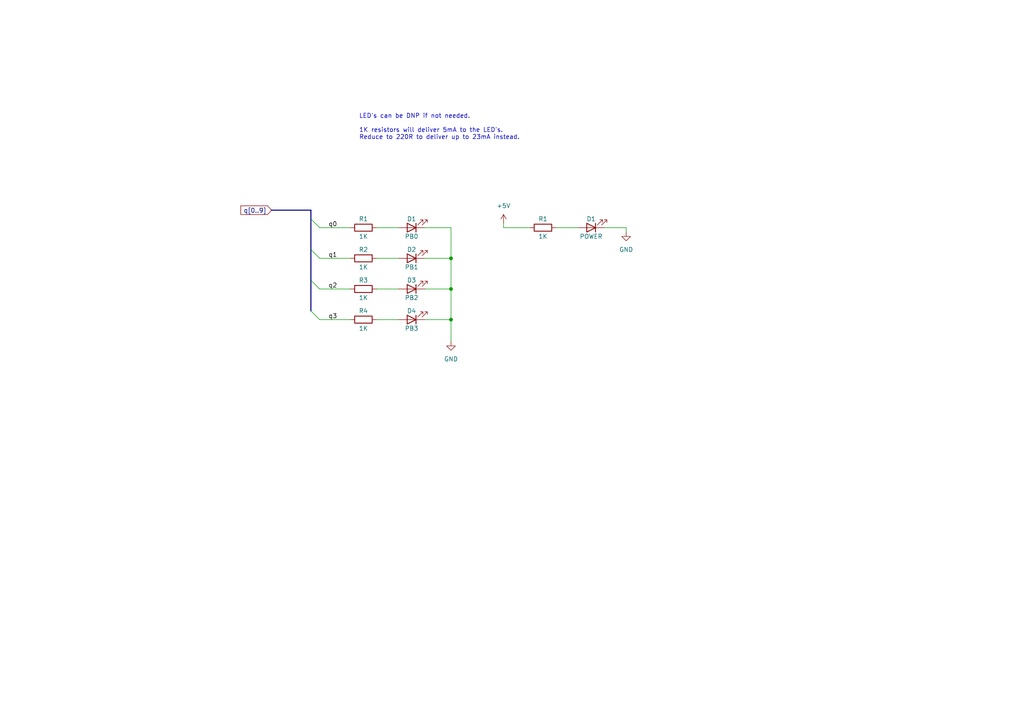
<source format=kicad_sch>
(kicad_sch (version 20230121) (generator eeschema)
  (paper "A4")
  (lib_symbols
    (symbol "Device:LED" (pin_numbers hide) (pin_names (offset 1.016) hide)
      (property "Reference" "D" (at 0 2.54 0))
      (property "Value" "LED" (at 0 -2.54 0))
      (symbol "LED_0_1"
        (polyline (pts (xy -1.27 -1.27) (xy -1.27 1.27)) (stroke (width 0.254)))
        (polyline (pts (xy -1.27 0) (xy 1.27 0)))
        (polyline (pts (xy 1.27 -1.27) (xy 1.27 1.27) (xy -1.27 0) (xy 1.27 -1.27)) (stroke (width 0.254)))
        (polyline (pts (xy -3.048 -0.762) (xy -4.572 -2.286) (xy -3.81 -2.286) (xy -4.572 -2.286) (xy -4.572 -1.524)))
        (polyline (pts (xy -1.778 -0.762) (xy -3.302 -2.286) (xy -2.54 -2.286) (xy -3.302 -2.286) (xy -3.302 -1.524)))
      )
      (symbol "LED_1_1"
        (pin passive line (at -3.81 0 0) (length 2.54) (name "K") (number "1"))
        (pin passive line (at 3.81 0 180) (length 2.54) (name "A") (number "2"))
      )
    )
    (symbol "Device:R" (pin_numbers hide) (pin_names (offset 0))
      (property "Reference" "R" (at 2.032 0 90))
      (property "Value" "R" (at 0 0 90))
      (symbol "R_0_1"
        (rectangle (start -1.016 -2.54) (end 1.016 2.54) (stroke (width 0.254)))
      )
      (symbol "R_1_1"
        (pin passive line (at 0 3.81 270) (length 1.27) (name "~") (number "1"))
        (pin passive line (at 0 -3.81 90) (length 1.27) (name "~") (number "2"))
      )
    )
    (symbol "power:+5V" (power) (pin_names (offset 0))
      (property "Value" "+5V" (at 0 3.556 0))
      (symbol "+5V_0_1"
        (polyline (pts (xy -0.762 1.27) (xy 0 2.54)))
        (polyline (pts (xy 0 0) (xy 0 2.54)))
        (polyline (pts (xy 0 2.54) (xy 0.762 1.27)))
      )
      (symbol "+5V_1_1"
        (pin power_in line (at 0 0 90) (length 0) hide (name "+5V") (number "1"))
      )
    )
    (symbol "power:GND" (power) (pin_names (offset 0))
      (property "Value" "GND" (at 0 -3.81 0))
      (symbol "GND_0_1"
        (polyline (pts (xy 0 0) (xy 0 -1.27) (xy 1.27 -1.27) (xy 0 -2.54) (xy -1.27 -1.27) (xy 0 -1.27)))
      )
      (symbol "GND_1_1"
        (pin power_in line (at 0 0 270) (length 0) hide (name "GND") (number "1"))
      )
    )
  )
  (junction (at 130.81 83.82))
  (junction (at 130.81 74.93))
  (junction (at 130.81 92.71))
  (bus_entry (at 90.17 63.5) (size 2.54 2.54))
  (bus_entry (at 92.71 74.93) (size -2.54 -2.54))
  (bus_entry (at 92.71 92.71) (size -2.54 -2.54))
  (bus_entry (at 92.71 83.82) (size -2.54 -2.54))
  (wire (pts (xy 161.29 66.04) (xy 167.64 66.04)))
  (wire (pts (xy 92.71 83.82) (xy 101.6 83.82)))
  (bus (pts (xy 90.17 81.28) (xy 90.17 90.17)))
  (wire (pts (xy 92.71 74.93) (xy 101.6 74.93)))
  (wire (pts (xy 130.81 92.71) (xy 130.81 99.06)))
  (wire (pts (xy 109.22 74.93) (xy 115.57 74.93)))
  (wire (pts (xy 92.71 92.71) (xy 101.6 92.71)))
  (wire (pts (xy 109.22 83.82) (xy 115.57 83.82)))
  (bus (pts (xy 78.74 60.96) (xy 90.17 60.96)))
  (wire (pts (xy 123.19 74.93) (xy 130.81 74.93)))
  (bus (pts (xy 90.17 72.39) (xy 90.17 81.28)))
  (bus (pts (xy 90.17 63.5) (xy 90.17 72.39)))
  (bus (pts (xy 90.17 60.96) (xy 90.17 63.5)))
  (wire (pts (xy 109.22 92.71) (xy 115.57 92.71)))
  (wire (pts (xy 175.26 66.04) (xy 181.61 66.04)))
  (wire (pts (xy 130.81 66.04) (xy 130.81 74.93)))
  (wire (pts (xy 146.05 66.04) (xy 153.67 66.04)))
  (wire (pts (xy 123.19 92.71) (xy 130.81 92.71)))
  (wire (pts (xy 123.19 66.04) (xy 130.81 66.04)))
  (wire (pts (xy 130.81 74.93) (xy 130.81 83.82)))
  (wire (pts (xy 109.22 66.04) (xy 115.57 66.04)))
  (wire (pts (xy 146.05 64.77) (xy 146.05 66.04)))
  (wire (pts (xy 181.61 66.04) (xy 181.61 67.31)))
  (wire (pts (xy 123.19 83.82) (xy 130.81 83.82)))
  (wire (pts (xy 130.81 83.82) (xy 130.81 92.71)))
  (wire (pts (xy 92.71 66.04) (xy 101.6 66.04)))
  (text "LED's can be DNP if not needed.\n\n1K resistors will deliver 5mA to the LED's.\nReduce to 220R to deliver up to 23mA instead." (at 104.14 40.64 0) (effects (font (size 1.27 1.27)) (justify left bottom)))
  (label "q2" (at 95.25 83.82 0))
  (label "q1" (at 95.25 74.93 0))
  (label "q0" (at 95.25 66.04 0))
  (label "q3" (at 95.25 92.71 0))
  (global_label "q[0..9]" (shape input) (at 78.74 60.96 180) (property "Intersheetrefs" "${INTERSHEET_REFS}" (effects hide)))
  (symbol (lib_id "Device:R") (at 105.41 66.04 90) (unit 1)
    (property "Reference" "R1" (at 105.41 63.5 90))
    (property "Value" "1K" (at 105.41 68.58 90))
    (property "Footprint" "Resistor_THT:R_Axial_DIN0207_L6.3mm_D2.5mm_P7.62mm_Horizontal" (effects hide))
  )
  (symbol (lib_id "Device:LED") (at 119.38 92.71 180) (unit 1)
    (property "Reference" "D4" (at 119.38 90.17 0))
    (property "Value" "PB3" (at 119.38 95.25 0))
    (property "Footprint" "LED_THT:LED_D3.0mm" (effects hide))
  )
  (symbol (lib_id "power:GND") (at 130.81 99.06 0) (unit 1)
    (property "Reference" "#PWR09" (effects hide))
    (property "Value" "GND" (at 130.81 104.14 0))
  )
  (symbol (lib_id "power:GND") (at 181.61 67.31 0) (unit 1)
    (property "Reference" "#PWR011" (effects hide))
    (property "Value" "GND" (at 181.61 72.39 0))
  )
  (symbol (lib_id "Device:LED") (at 119.38 66.04 180) (unit 1)
    (property "Reference" "D1" (at 119.38 63.5 0))
    (property "Value" "PB0" (at 119.38 68.58 0))
    (property "Footprint" "LED_THT:LED_D3.0mm" (effects hide))
  )
  (symbol (lib_id "Device:R") (at 105.41 83.82 90) (unit 1)
    (property "Reference" "R3" (at 105.41 81.28 90))
    (property "Value" "1K" (at 105.41 86.36 90))
    (property "Footprint" "Resistor_THT:R_Axial_DIN0207_L6.3mm_D2.5mm_P7.62mm_Horizontal" (effects hide))
  )
  (symbol (lib_id "Device:R") (at 105.41 92.71 90) (unit 1)
    (property "Reference" "R4" (at 105.41 90.17 90))
    (property "Value" "1K" (at 105.41 95.25 90))
    (property "Footprint" "Resistor_THT:R_Axial_DIN0207_L6.3mm_D2.5mm_P7.62mm_Horizontal" (effects hide))
  )
  (symbol (lib_id "Device:R") (at 105.41 74.93 90) (unit 1)
    (property "Reference" "R2" (at 105.41 72.39 90))
    (property "Value" "1K" (at 105.41 77.47 90))
    (property "Footprint" "Resistor_THT:R_Axial_DIN0207_L6.3mm_D2.5mm_P7.62mm_Horizontal" (effects hide))
  )
  (symbol (lib_id "Device:R") (at 157.48 66.04 90) (unit 1)
    (property "Reference" "R1" (at 157.48 63.5 90))
    (property "Value" "1K" (at 157.48 68.58 90))
    (property "Footprint" "Resistor_THT:R_Axial_DIN0207_L6.3mm_D2.5mm_P7.62mm_Horizontal" (effects hide))
    (instances (project "IoBoard" (path "" (reference "R1") (unit 1)) (path "" (reference "R5") (unit 1))))
  )
  (symbol (lib_id "Device:LED") (at 119.38 74.93 180) (unit 1)
    (property "Reference" "D2" (at 119.38 72.39 0))
    (property "Value" "PB1" (at 119.38 77.47 0))
    (property "Footprint" "LED_THT:LED_D3.0mm" (effects hide))
  )
  (symbol (lib_id "Device:LED") (at 171.45 66.04 180) (unit 1)
    (property "Reference" "D1" (at 171.45 63.5 0))
    (property "Value" "POWER" (at 171.45 68.58 0))
    (property "Footprint" "LED_THT:LED_D3.0mm" (effects hide))
    (instances (project "IoBoard" (path "" (reference "D1") (unit 1)) (path "" (reference "D5") (unit 1))))
  )
  (symbol (lib_id "Device:LED") (at 119.38 83.82 180) (unit 1)
    (property "Reference" "D3" (at 119.38 81.28 0))
    (property "Value" "PB2" (at 119.38 86.36 0))
    (property "Footprint" "LED_THT:LED_D3.0mm" (effects hide))
  )
  (symbol (lib_id "power:+5V") (at 146.05 64.77 0) (unit 1)
    (property "Reference" "#PWR010" (effects hide))
    (property "Value" "+5V" (at 146.05 59.69 0))
  )
)
</source>
